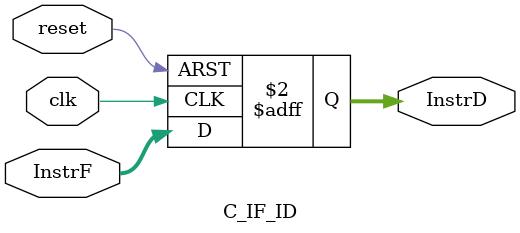
<source format=v>
`timescale 1ns / 1ps


module C_IF_ID (clk, reset,InstrD, InstrF);
 
        input clk, reset;
        input [31:0] InstrF;
        output reg [31:0] InstrD;
//        input [6:0]opcodeF;
//        input [2:0] funct3F;
//        input [6:0] funct7F;
//        output reg[6:0] opcodeD;
//        output reg[2:0] funct3D;
//        output reg[6:0] funct7D;
always @( posedge clk, posedge reset ) begin

		if (reset)
		begin 
//			opcodeD<=0;
//			funct3D<=0;
//			funct7D<=0;	
InstrD <= 0;
			end
		else begin
//			opcodeD<= opcodeF;
//			funct3D<= funct3F;
//			funct7D<= funct3F;	
InstrD <= InstrF;
     	end
		 
	 end
  
endmodule


    


</source>
